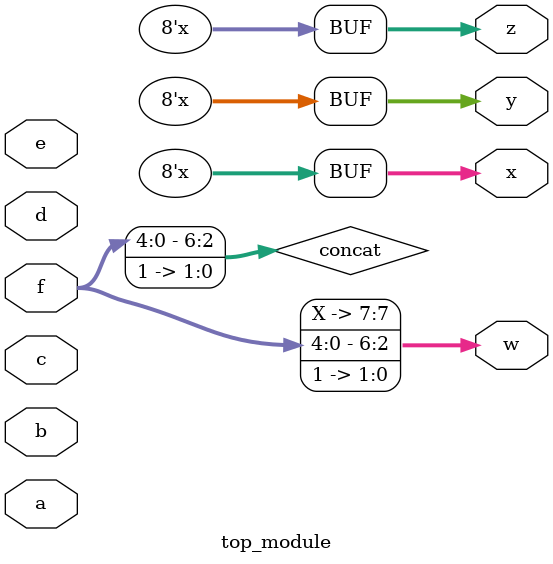
<source format=sv>
module top_module (
  input [4:0] a,
  input [4:0] b,
  input [4:0] c,
  input [4:0] d,
  input [4:0] e,
  input [4:0] f,
  output [7:0] w,
  output [7:0] x,
  output [7:0] y,
  output [7:0] z
);
  
  // Concatenate the inputs
  wire [6:0] concat;
  assign concat = {a, b, c, d, e, f, 2'b11};
  
  assign w = concat[7:0];
  assign x = concat[15:8];
  assign y = concat[23:16];
  assign z = concat[31:24];
endmodule

</source>
